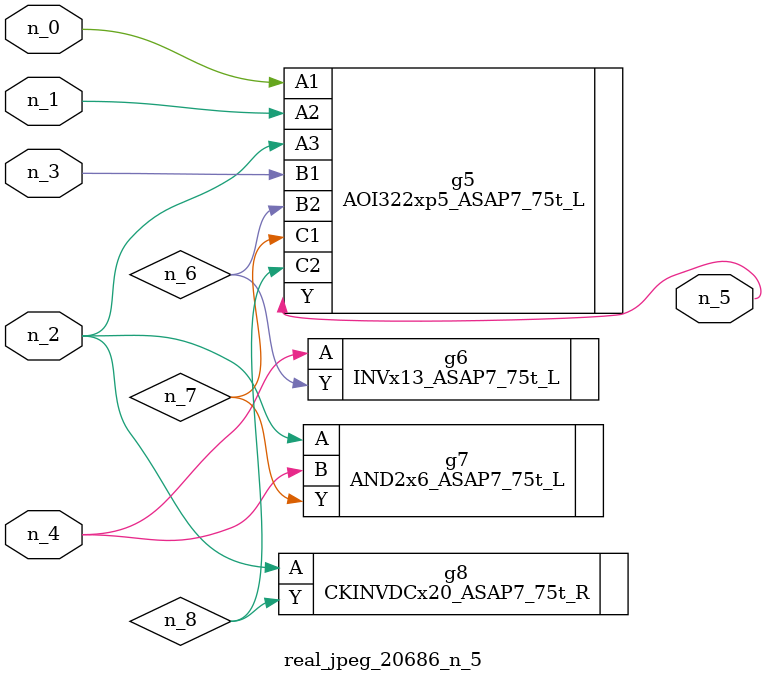
<source format=v>
module real_jpeg_20686_n_5 (n_4, n_0, n_1, n_2, n_3, n_5);

input n_4;
input n_0;
input n_1;
input n_2;
input n_3;

output n_5;

wire n_8;
wire n_6;
wire n_7;

AOI322xp5_ASAP7_75t_L g5 ( 
.A1(n_0),
.A2(n_1),
.A3(n_2),
.B1(n_3),
.B2(n_6),
.C1(n_7),
.C2(n_8),
.Y(n_5)
);

AND2x6_ASAP7_75t_L g7 ( 
.A(n_2),
.B(n_4),
.Y(n_7)
);

CKINVDCx20_ASAP7_75t_R g8 ( 
.A(n_2),
.Y(n_8)
);

INVx13_ASAP7_75t_L g6 ( 
.A(n_4),
.Y(n_6)
);


endmodule
</source>
